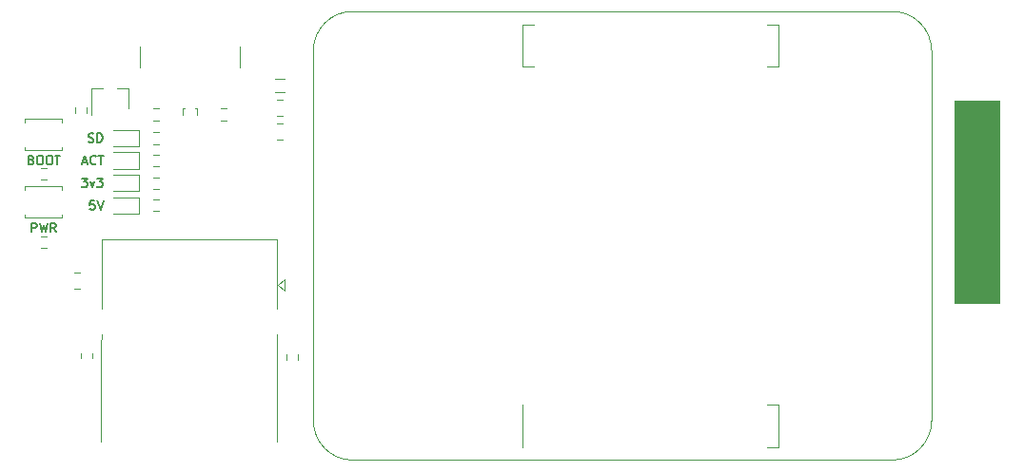
<source format=gto>
G04 #@! TF.GenerationSoftware,KiCad,Pcbnew,(5.1.9)-1*
G04 #@! TF.CreationDate,2021-09-17T14:30:20-04:00*
G04 #@! TF.ProjectId,cm4-carrier-template,636d342d-6361-4727-9269-65722d74656d,rev?*
G04 #@! TF.SameCoordinates,Original*
G04 #@! TF.FileFunction,Legend,Top*
G04 #@! TF.FilePolarity,Positive*
%FSLAX46Y46*%
G04 Gerber Fmt 4.6, Leading zero omitted, Abs format (unit mm)*
G04 Created by KiCad (PCBNEW (5.1.9)-1) date 2021-09-17 14:30:20*
%MOMM*%
%LPD*%
G01*
G04 APERTURE LIST*
%ADD10C,0.100000*%
%ADD11C,0.150000*%
%ADD12C,0.120000*%
%ADD13R,0.600000X1.160000*%
%ADD14C,0.650000*%
%ADD15R,0.300000X1.160000*%
%ADD16O,0.900000X1.700000*%
%ADD17O,0.900000X2.000000*%
%ADD18C,6.100000*%
%ADD19R,0.200000X0.700000*%
%ADD20R,0.800000X0.900000*%
%ADD21R,0.900000X1.700000*%
%ADD22C,2.200000*%
%ADD23C,1.500000*%
%ADD24C,3.250000*%
%ADD25C,1.524000*%
%ADD26C,0.800000*%
%ADD27C,5.400000*%
%ADD28R,0.300000X0.300000*%
G04 APERTURE END LIST*
D10*
G36*
X168000000Y-120000000D02*
G01*
X164000000Y-120000000D01*
X164000000Y-102000000D01*
X168000000Y-102000000D01*
X168000000Y-120000000D01*
G37*
X168000000Y-120000000D02*
X164000000Y-120000000D01*
X164000000Y-102000000D01*
X168000000Y-102000000D01*
X168000000Y-120000000D01*
D11*
X81933333Y-113661904D02*
X81933333Y-112861904D01*
X82238095Y-112861904D01*
X82314285Y-112900000D01*
X82352380Y-112938095D01*
X82390476Y-113014285D01*
X82390476Y-113128571D01*
X82352380Y-113204761D01*
X82314285Y-113242857D01*
X82238095Y-113280952D01*
X81933333Y-113280952D01*
X82657142Y-112861904D02*
X82847619Y-113661904D01*
X83000000Y-113090476D01*
X83152380Y-113661904D01*
X83342857Y-112861904D01*
X84104761Y-113661904D02*
X83838095Y-113280952D01*
X83647619Y-113661904D02*
X83647619Y-112861904D01*
X83952380Y-112861904D01*
X84028571Y-112900000D01*
X84066666Y-112938095D01*
X84104761Y-113014285D01*
X84104761Y-113128571D01*
X84066666Y-113204761D01*
X84028571Y-113242857D01*
X83952380Y-113280952D01*
X83647619Y-113280952D01*
X81914285Y-107242857D02*
X82028571Y-107280952D01*
X82066666Y-107319047D01*
X82104761Y-107395238D01*
X82104761Y-107509523D01*
X82066666Y-107585714D01*
X82028571Y-107623809D01*
X81952380Y-107661904D01*
X81647619Y-107661904D01*
X81647619Y-106861904D01*
X81914285Y-106861904D01*
X81990476Y-106900000D01*
X82028571Y-106938095D01*
X82066666Y-107014285D01*
X82066666Y-107090476D01*
X82028571Y-107166666D01*
X81990476Y-107204761D01*
X81914285Y-107242857D01*
X81647619Y-107242857D01*
X82600000Y-106861904D02*
X82752380Y-106861904D01*
X82828571Y-106900000D01*
X82904761Y-106976190D01*
X82942857Y-107128571D01*
X82942857Y-107395238D01*
X82904761Y-107547619D01*
X82828571Y-107623809D01*
X82752380Y-107661904D01*
X82600000Y-107661904D01*
X82523809Y-107623809D01*
X82447619Y-107547619D01*
X82409523Y-107395238D01*
X82409523Y-107128571D01*
X82447619Y-106976190D01*
X82523809Y-106900000D01*
X82600000Y-106861904D01*
X83438095Y-106861904D02*
X83590476Y-106861904D01*
X83666666Y-106900000D01*
X83742857Y-106976190D01*
X83780952Y-107128571D01*
X83780952Y-107395238D01*
X83742857Y-107547619D01*
X83666666Y-107623809D01*
X83590476Y-107661904D01*
X83438095Y-107661904D01*
X83361904Y-107623809D01*
X83285714Y-107547619D01*
X83247619Y-107395238D01*
X83247619Y-107128571D01*
X83285714Y-106976190D01*
X83361904Y-106900000D01*
X83438095Y-106861904D01*
X84009523Y-106861904D02*
X84466666Y-106861904D01*
X84238095Y-107661904D02*
X84238095Y-106861904D01*
X87526309Y-110861904D02*
X87145357Y-110861904D01*
X87107261Y-111242857D01*
X87145357Y-111204761D01*
X87221547Y-111166666D01*
X87412023Y-111166666D01*
X87488214Y-111204761D01*
X87526309Y-111242857D01*
X87564404Y-111319047D01*
X87564404Y-111509523D01*
X87526309Y-111585714D01*
X87488214Y-111623809D01*
X87412023Y-111661904D01*
X87221547Y-111661904D01*
X87145357Y-111623809D01*
X87107261Y-111585714D01*
X87792976Y-110861904D02*
X88059642Y-111661904D01*
X88326309Y-110861904D01*
X86383452Y-108861904D02*
X86878690Y-108861904D01*
X86612023Y-109166666D01*
X86726309Y-109166666D01*
X86802500Y-109204761D01*
X86840595Y-109242857D01*
X86878690Y-109319047D01*
X86878690Y-109509523D01*
X86840595Y-109585714D01*
X86802500Y-109623809D01*
X86726309Y-109661904D01*
X86497738Y-109661904D01*
X86421547Y-109623809D01*
X86383452Y-109585714D01*
X87145357Y-109128571D02*
X87335833Y-109661904D01*
X87526309Y-109128571D01*
X87754880Y-108861904D02*
X88250119Y-108861904D01*
X87983452Y-109166666D01*
X88097738Y-109166666D01*
X88173928Y-109204761D01*
X88212023Y-109242857D01*
X88250119Y-109319047D01*
X88250119Y-109509523D01*
X88212023Y-109585714D01*
X88173928Y-109623809D01*
X88097738Y-109661904D01*
X87869166Y-109661904D01*
X87792976Y-109623809D01*
X87754880Y-109585714D01*
X86459642Y-107433333D02*
X86840595Y-107433333D01*
X86383452Y-107661904D02*
X86650119Y-106861904D01*
X86916785Y-107661904D01*
X87640595Y-107585714D02*
X87602500Y-107623809D01*
X87488214Y-107661904D01*
X87412023Y-107661904D01*
X87297738Y-107623809D01*
X87221547Y-107547619D01*
X87183452Y-107471428D01*
X87145357Y-107319047D01*
X87145357Y-107204761D01*
X87183452Y-107052380D01*
X87221547Y-106976190D01*
X87297738Y-106900000D01*
X87412023Y-106861904D01*
X87488214Y-106861904D01*
X87602500Y-106900000D01*
X87640595Y-106938095D01*
X87869166Y-106861904D02*
X88326309Y-106861904D01*
X88097738Y-107661904D02*
X88097738Y-106861904D01*
X86992976Y-105623809D02*
X87107261Y-105661904D01*
X87297738Y-105661904D01*
X87373928Y-105623809D01*
X87412023Y-105585714D01*
X87450119Y-105509523D01*
X87450119Y-105433333D01*
X87412023Y-105357142D01*
X87373928Y-105319047D01*
X87297738Y-105280952D01*
X87145357Y-105242857D01*
X87069166Y-105204761D01*
X87031071Y-105166666D01*
X86992976Y-105090476D01*
X86992976Y-105014285D01*
X87031071Y-104938095D01*
X87069166Y-104900000D01*
X87145357Y-104861904D01*
X87335833Y-104861904D01*
X87450119Y-104900000D01*
X87792976Y-105661904D02*
X87792976Y-104861904D01*
X87983452Y-104861904D01*
X88097738Y-104900000D01*
X88173928Y-104976190D01*
X88212023Y-105052380D01*
X88250119Y-105204761D01*
X88250119Y-105319047D01*
X88212023Y-105471428D01*
X88173928Y-105547619D01*
X88097738Y-105623809D01*
X87983452Y-105661904D01*
X87792976Y-105661904D01*
D12*
G04 #@! TO.C,J1*
X91530000Y-98970000D02*
X91530000Y-97170000D01*
X100470000Y-98970000D02*
X100470000Y-97170000D01*
G04 #@! TO.C,U5*
X148400000Y-132850000D02*
X148400000Y-129070000D01*
X148400000Y-98930000D02*
X147400000Y-98930000D01*
X148400000Y-95150000D02*
X147400000Y-95150000D01*
X158500000Y-94000000D02*
X110500000Y-94000000D01*
X125600000Y-132850000D02*
X125600000Y-129070000D01*
X125600000Y-98930000D02*
X125600000Y-95150000D01*
X148400000Y-132850000D02*
X147400000Y-132850000D01*
X148400000Y-129070000D02*
X147400000Y-129070000D01*
X148400000Y-98930000D02*
X148400000Y-95150000D01*
X162000000Y-130500000D02*
X162000000Y-97500000D01*
X110500000Y-134000000D02*
X158500000Y-134000000D01*
X125600000Y-95150000D02*
X126600000Y-95150000D01*
X125600000Y-98930000D02*
X126600000Y-98930000D01*
X107000000Y-97500000D02*
X107000000Y-130500000D01*
X162000000Y-130500000D02*
G75*
G02*
X158500000Y-134000000I-3500000J0D01*
G01*
X110500000Y-134000000D02*
G75*
G02*
X107000000Y-130500000I0J3500000D01*
G01*
X158500000Y-94000000D02*
G75*
G02*
X162000000Y-97500000I0J-3500000D01*
G01*
X107000000Y-97500000D02*
G75*
G02*
X110500000Y-94000000I3500000J0D01*
G01*
G04 #@! TO.C,D4*
X91485000Y-104565000D02*
X89200000Y-104565000D01*
X91485000Y-106035000D02*
X91485000Y-104565000D01*
X89200000Y-106035000D02*
X91485000Y-106035000D01*
G04 #@! TO.C,D3*
X91485000Y-106565000D02*
X89200000Y-106565000D01*
X91485000Y-108035000D02*
X91485000Y-106565000D01*
X89200000Y-108035000D02*
X91485000Y-108035000D01*
G04 #@! TO.C,Q1*
X90550000Y-100850000D02*
X89500000Y-100850000D01*
X90550000Y-102650000D02*
X90550000Y-100850000D01*
X87250000Y-100850000D02*
X88300000Y-100850000D01*
X87250000Y-103250000D02*
X87250000Y-100850000D01*
G04 #@! TO.C,SW2*
X84650000Y-109600000D02*
X84650000Y-109900000D01*
X81350000Y-109600000D02*
X84650000Y-109600000D01*
X81350000Y-109900000D02*
X81350000Y-109600000D01*
X84650000Y-112400000D02*
X84650000Y-112100000D01*
X81350000Y-112400000D02*
X84650000Y-112400000D01*
X81350000Y-112100000D02*
X81350000Y-112400000D01*
G04 #@! TO.C,SW1*
X84650000Y-103600000D02*
X84650000Y-103900000D01*
X81350000Y-103600000D02*
X84650000Y-103600000D01*
X81350000Y-103900000D02*
X81350000Y-103600000D01*
X84650000Y-106400000D02*
X84650000Y-106100000D01*
X81350000Y-106400000D02*
X84650000Y-106400000D01*
X81350000Y-106100000D02*
X81350000Y-106400000D01*
G04 #@! TO.C,R12*
X92762742Y-105822500D02*
X93237258Y-105822500D01*
X92762742Y-104777500D02*
X93237258Y-104777500D01*
G04 #@! TO.C,R11*
X82762742Y-115122500D02*
X83237258Y-115122500D01*
X82762742Y-114077500D02*
X83237258Y-114077500D01*
G04 #@! TO.C,R10*
X93237258Y-106777500D02*
X92762742Y-106777500D01*
X93237258Y-107822500D02*
X92762742Y-107822500D01*
G04 #@! TO.C,R9*
X82762742Y-109022500D02*
X83237258Y-109022500D01*
X82762742Y-107977500D02*
X83237258Y-107977500D01*
G04 #@! TO.C,R8*
X85777500Y-102562742D02*
X85777500Y-103037258D01*
X86822500Y-102562742D02*
X86822500Y-103037258D01*
G04 #@! TO.C,R7*
X92762742Y-109822500D02*
X93237258Y-109822500D01*
X92762742Y-108777500D02*
X93237258Y-108777500D01*
G04 #@! TO.C,R6*
X92762742Y-111822500D02*
X93237258Y-111822500D01*
X92762742Y-110777500D02*
X93237258Y-110777500D01*
G04 #@! TO.C,D2*
X91485000Y-108565000D02*
X89200000Y-108565000D01*
X91485000Y-110035000D02*
X91485000Y-108565000D01*
X89200000Y-110035000D02*
X91485000Y-110035000D01*
G04 #@! TO.C,D1*
X91485000Y-110565000D02*
X89200000Y-110565000D01*
X91485000Y-112035000D02*
X91485000Y-110565000D01*
X89200000Y-112035000D02*
X91485000Y-112035000D01*
G04 #@! TO.C,C3*
X86261252Y-117265000D02*
X85738748Y-117265000D01*
X86261252Y-118735000D02*
X85738748Y-118735000D01*
G04 #@! TO.C,J3*
X103747000Y-114295000D02*
X103747000Y-132370000D01*
X104468000Y-117900000D02*
X103868000Y-118400000D01*
X104468000Y-118900000D02*
X103868000Y-118400000D01*
X104468000Y-117900000D02*
X104468000Y-118900000D01*
X88126000Y-132370000D02*
X88145000Y-114300000D01*
X88145000Y-114300000D02*
X103747000Y-114295000D01*
G04 #@! TO.C,FB1*
X104399622Y-101160000D02*
X103600378Y-101160000D01*
X104399622Y-100040000D02*
X103600378Y-100040000D01*
G04 #@! TO.C,U6*
X95350000Y-103200000D02*
X95350000Y-102650000D01*
X95350000Y-102650000D02*
X95550000Y-102650000D01*
X96650000Y-103200000D02*
X96650000Y-102650000D01*
X96650000Y-102650000D02*
X96450000Y-102650000D01*
G04 #@! TO.C,R4*
X87322500Y-124937258D02*
X87322500Y-124462742D01*
X86277500Y-124937258D02*
X86277500Y-124462742D01*
G04 #@! TO.C,R3*
X105622500Y-125037258D02*
X105622500Y-124562742D01*
X104577500Y-125037258D02*
X104577500Y-124562742D01*
G04 #@! TO.C,R2*
X92762742Y-103722500D02*
X93237258Y-103722500D01*
X92762742Y-102677500D02*
X93237258Y-102677500D01*
G04 #@! TO.C,R1*
X99237258Y-102677500D02*
X98762742Y-102677500D01*
X99237258Y-103722500D02*
X98762742Y-103722500D01*
G04 #@! TO.C,C2*
X103738748Y-103335000D02*
X104261252Y-103335000D01*
X103738748Y-101865000D02*
X104261252Y-101865000D01*
G04 #@! TO.C,C1*
X103738748Y-105435000D02*
X104261252Y-105435000D01*
X103738748Y-103965000D02*
X104261252Y-103965000D01*
G04 #@! TD*
%LPC*%
D13*
G04 #@! TO.C,J1*
X92800000Y-100810000D03*
X93600000Y-100810000D03*
X92800000Y-100810000D03*
X93600000Y-100810000D03*
X99200000Y-100810000D03*
X99200000Y-100810000D03*
X98400000Y-100810000D03*
X98400000Y-100810000D03*
D14*
X98890000Y-99730000D03*
X93110000Y-99730000D03*
D15*
X94250000Y-100810000D03*
X95250000Y-100810000D03*
X94750000Y-100810000D03*
X97250000Y-100810000D03*
X97750000Y-100810000D03*
X95750000Y-100810000D03*
X96250000Y-100810000D03*
X96750000Y-100810000D03*
D16*
X91680000Y-96060000D03*
X100320000Y-96060000D03*
D17*
X91680000Y-100230000D03*
X100320000Y-100230000D03*
G04 #@! TD*
D18*
G04 #@! TO.C,U5*
X110500000Y-130500000D03*
X158500000Y-97500000D03*
X158500000Y-130500000D03*
X110500000Y-97500000D03*
D19*
X127200000Y-132500000D03*
X127200000Y-129420000D03*
X127600000Y-132500000D03*
X127600000Y-129420000D03*
X128000000Y-132500000D03*
X128000000Y-129420000D03*
X128400000Y-132500000D03*
X128400000Y-129420000D03*
X128800000Y-132500000D03*
X128800000Y-129420000D03*
X129200000Y-132500000D03*
X129200000Y-129420000D03*
X129600000Y-132500000D03*
X129600000Y-129420000D03*
X130000000Y-132500000D03*
X130000000Y-129420000D03*
X130400000Y-132500000D03*
X130400000Y-129420000D03*
X130800000Y-132500000D03*
X130800000Y-129420000D03*
X131200000Y-132500000D03*
X131200000Y-129420000D03*
X131600000Y-132500000D03*
X131600000Y-129420000D03*
X132000000Y-132500000D03*
X132000000Y-129420000D03*
X132400000Y-132500000D03*
X132400000Y-129420000D03*
X132800000Y-132500000D03*
X132800000Y-129420000D03*
X133200000Y-132500000D03*
X133200000Y-129420000D03*
X133600000Y-132500000D03*
X133600000Y-129420000D03*
X134000000Y-132500000D03*
X134000000Y-129420000D03*
X134400000Y-132500000D03*
X134400000Y-129420000D03*
X134800000Y-132500000D03*
X134800000Y-129420000D03*
X135200000Y-132500000D03*
X135200000Y-129420000D03*
X135600000Y-132500000D03*
X135600000Y-129420000D03*
X136000000Y-132500000D03*
X136000000Y-129420000D03*
X136400000Y-132500000D03*
X136400000Y-129420000D03*
X136800000Y-132500000D03*
X136800000Y-129420000D03*
X137200000Y-132500000D03*
X137200000Y-129420000D03*
X137600000Y-132500000D03*
X137600000Y-129420000D03*
X138000000Y-132500000D03*
X138000000Y-129420000D03*
X138400000Y-132500000D03*
X138400000Y-129420000D03*
X138800000Y-132500000D03*
X138800000Y-129420000D03*
X139200000Y-132500000D03*
X139200000Y-129420000D03*
X139600000Y-132500000D03*
X139600000Y-129420000D03*
X140000000Y-132500000D03*
X140000000Y-129420000D03*
X140400000Y-132500000D03*
X140400000Y-129420000D03*
X140800000Y-132500000D03*
X140800000Y-129420000D03*
X141200000Y-132500000D03*
X141200000Y-129420000D03*
X141600000Y-132500000D03*
X141600000Y-129420000D03*
X142000000Y-132500000D03*
X142000000Y-129420000D03*
X142400000Y-132500000D03*
X142400000Y-129420000D03*
X142800000Y-132500000D03*
X142800000Y-129420000D03*
X143200000Y-132500000D03*
X143200000Y-129420000D03*
X143600000Y-132500000D03*
X143600000Y-129420000D03*
X144000000Y-132500000D03*
X144000000Y-129420000D03*
X144400000Y-132500000D03*
X144400000Y-129420000D03*
X144800000Y-132500000D03*
X144800000Y-129420000D03*
X145200000Y-132500000D03*
X145200000Y-129420000D03*
X145600000Y-132500000D03*
X145600000Y-129420000D03*
X146000000Y-132500000D03*
X146000000Y-129420000D03*
X146400000Y-132500000D03*
X146400000Y-129420000D03*
X146800000Y-132500000D03*
X146800000Y-129420000D03*
X127200000Y-98580000D03*
X127200000Y-95500000D03*
X127600000Y-98580000D03*
X127600000Y-95500000D03*
X128000000Y-98580000D03*
X128000000Y-95500000D03*
X128400000Y-98580000D03*
X128400000Y-95500000D03*
X128800000Y-98580000D03*
X128800000Y-95500000D03*
X129200000Y-98580000D03*
X129200000Y-95500000D03*
X129600000Y-98580000D03*
X129600000Y-95500000D03*
X130000000Y-98580000D03*
X130000000Y-95500000D03*
X130400000Y-98580000D03*
X130400000Y-95500000D03*
X130800000Y-98580000D03*
X130800000Y-95500000D03*
X131200000Y-98580000D03*
X131200000Y-95500000D03*
X131600000Y-98580000D03*
X131600000Y-95500000D03*
X132000000Y-98580000D03*
X132000000Y-95500000D03*
X132400000Y-98580000D03*
X132400000Y-95500000D03*
X132800000Y-98580000D03*
X132800000Y-95500000D03*
X133200000Y-98580000D03*
X133200000Y-95500000D03*
X133600000Y-98580000D03*
X133600000Y-95500000D03*
X134000000Y-98580000D03*
X134000000Y-95500000D03*
X134400000Y-98580000D03*
X134400000Y-95500000D03*
X134800000Y-98580000D03*
X134800000Y-95500000D03*
X135200000Y-98580000D03*
X135200000Y-95500000D03*
X135600000Y-98580000D03*
X135600000Y-95500000D03*
X136000000Y-98580000D03*
X136000000Y-95500000D03*
X136400000Y-98580000D03*
X136400000Y-95500000D03*
X136800000Y-98580000D03*
X136800000Y-95500000D03*
X137200000Y-98580000D03*
X137200000Y-95500000D03*
X137600000Y-98580000D03*
X137600000Y-95500000D03*
X138000000Y-98580000D03*
X138000000Y-95500000D03*
X138400000Y-98580000D03*
X138400000Y-95500000D03*
X138800000Y-98580000D03*
X138800000Y-95500000D03*
X139200000Y-98580000D03*
X139200000Y-95500000D03*
X139600000Y-98580000D03*
X139600000Y-95500000D03*
X140000000Y-98580000D03*
X140000000Y-95500000D03*
X140400000Y-98580000D03*
X140400000Y-95500000D03*
X140800000Y-98580000D03*
X140800000Y-95500000D03*
X141200000Y-98580000D03*
X141200000Y-95500000D03*
X141600000Y-98580000D03*
X141600000Y-95500000D03*
X142000000Y-98580000D03*
X142000000Y-95500000D03*
X142400000Y-98580000D03*
X142400000Y-95500000D03*
X142800000Y-98580000D03*
X142800000Y-95500000D03*
X143200000Y-98580000D03*
X143200000Y-95500000D03*
X143600000Y-98580000D03*
X143600000Y-95500000D03*
X144000000Y-98580000D03*
X144000000Y-95500000D03*
X144400000Y-98580000D03*
X144400000Y-95500000D03*
X144800000Y-98580000D03*
X144800000Y-95500000D03*
X145200000Y-98580000D03*
X145200000Y-95500000D03*
X145600000Y-98580000D03*
X145600000Y-95500000D03*
X146000000Y-98580000D03*
X146000000Y-95500000D03*
X146400000Y-98580000D03*
X146400000Y-95500000D03*
X146800000Y-98580000D03*
X146800000Y-95500000D03*
G04 #@! TD*
G04 #@! TO.C,D4*
G36*
G01*
X89650000Y-105043750D02*
X89650000Y-105556250D01*
G75*
G02*
X89431250Y-105775000I-218750J0D01*
G01*
X88993750Y-105775000D01*
G75*
G02*
X88775000Y-105556250I0J218750D01*
G01*
X88775000Y-105043750D01*
G75*
G02*
X88993750Y-104825000I218750J0D01*
G01*
X89431250Y-104825000D01*
G75*
G02*
X89650000Y-105043750I0J-218750D01*
G01*
G37*
G36*
G01*
X91225000Y-105043750D02*
X91225000Y-105556250D01*
G75*
G02*
X91006250Y-105775000I-218750J0D01*
G01*
X90568750Y-105775000D01*
G75*
G02*
X90350000Y-105556250I0J218750D01*
G01*
X90350000Y-105043750D01*
G75*
G02*
X90568750Y-104825000I218750J0D01*
G01*
X91006250Y-104825000D01*
G75*
G02*
X91225000Y-105043750I0J-218750D01*
G01*
G37*
G04 #@! TD*
G04 #@! TO.C,D3*
G36*
G01*
X89650000Y-107043750D02*
X89650000Y-107556250D01*
G75*
G02*
X89431250Y-107775000I-218750J0D01*
G01*
X88993750Y-107775000D01*
G75*
G02*
X88775000Y-107556250I0J218750D01*
G01*
X88775000Y-107043750D01*
G75*
G02*
X88993750Y-106825000I218750J0D01*
G01*
X89431250Y-106825000D01*
G75*
G02*
X89650000Y-107043750I0J-218750D01*
G01*
G37*
G36*
G01*
X91225000Y-107043750D02*
X91225000Y-107556250D01*
G75*
G02*
X91006250Y-107775000I-218750J0D01*
G01*
X90568750Y-107775000D01*
G75*
G02*
X90350000Y-107556250I0J218750D01*
G01*
X90350000Y-107043750D01*
G75*
G02*
X90568750Y-106825000I218750J0D01*
G01*
X91006250Y-106825000D01*
G75*
G02*
X91225000Y-107043750I0J-218750D01*
G01*
G37*
G04 #@! TD*
D20*
G04 #@! TO.C,Q1*
X88900000Y-100600000D03*
X89850000Y-103000000D03*
X87950000Y-103000000D03*
G04 #@! TD*
D21*
G04 #@! TO.C,SW2*
X84700000Y-111000000D03*
X81300000Y-111000000D03*
G04 #@! TD*
G04 #@! TO.C,SW1*
X84700000Y-105000000D03*
X81300000Y-105000000D03*
G04 #@! TD*
G04 #@! TO.C,R12*
G36*
G01*
X93425000Y-105575000D02*
X93425000Y-105025000D01*
G75*
G02*
X93625000Y-104825000I200000J0D01*
G01*
X94025000Y-104825000D01*
G75*
G02*
X94225000Y-105025000I0J-200000D01*
G01*
X94225000Y-105575000D01*
G75*
G02*
X94025000Y-105775000I-200000J0D01*
G01*
X93625000Y-105775000D01*
G75*
G02*
X93425000Y-105575000I0J200000D01*
G01*
G37*
G36*
G01*
X91775000Y-105575000D02*
X91775000Y-105025000D01*
G75*
G02*
X91975000Y-104825000I200000J0D01*
G01*
X92375000Y-104825000D01*
G75*
G02*
X92575000Y-105025000I0J-200000D01*
G01*
X92575000Y-105575000D01*
G75*
G02*
X92375000Y-105775000I-200000J0D01*
G01*
X91975000Y-105775000D01*
G75*
G02*
X91775000Y-105575000I0J200000D01*
G01*
G37*
G04 #@! TD*
G04 #@! TO.C,R11*
G36*
G01*
X83425000Y-114875000D02*
X83425000Y-114325000D01*
G75*
G02*
X83625000Y-114125000I200000J0D01*
G01*
X84025000Y-114125000D01*
G75*
G02*
X84225000Y-114325000I0J-200000D01*
G01*
X84225000Y-114875000D01*
G75*
G02*
X84025000Y-115075000I-200000J0D01*
G01*
X83625000Y-115075000D01*
G75*
G02*
X83425000Y-114875000I0J200000D01*
G01*
G37*
G36*
G01*
X81775000Y-114875000D02*
X81775000Y-114325000D01*
G75*
G02*
X81975000Y-114125000I200000J0D01*
G01*
X82375000Y-114125000D01*
G75*
G02*
X82575000Y-114325000I0J-200000D01*
G01*
X82575000Y-114875000D01*
G75*
G02*
X82375000Y-115075000I-200000J0D01*
G01*
X81975000Y-115075000D01*
G75*
G02*
X81775000Y-114875000I0J200000D01*
G01*
G37*
G04 #@! TD*
G04 #@! TO.C,R10*
G36*
G01*
X92575000Y-107025000D02*
X92575000Y-107575000D01*
G75*
G02*
X92375000Y-107775000I-200000J0D01*
G01*
X91975000Y-107775000D01*
G75*
G02*
X91775000Y-107575000I0J200000D01*
G01*
X91775000Y-107025000D01*
G75*
G02*
X91975000Y-106825000I200000J0D01*
G01*
X92375000Y-106825000D01*
G75*
G02*
X92575000Y-107025000I0J-200000D01*
G01*
G37*
G36*
G01*
X94225000Y-107025000D02*
X94225000Y-107575000D01*
G75*
G02*
X94025000Y-107775000I-200000J0D01*
G01*
X93625000Y-107775000D01*
G75*
G02*
X93425000Y-107575000I0J200000D01*
G01*
X93425000Y-107025000D01*
G75*
G02*
X93625000Y-106825000I200000J0D01*
G01*
X94025000Y-106825000D01*
G75*
G02*
X94225000Y-107025000I0J-200000D01*
G01*
G37*
G04 #@! TD*
G04 #@! TO.C,R9*
G36*
G01*
X83425000Y-108775000D02*
X83425000Y-108225000D01*
G75*
G02*
X83625000Y-108025000I200000J0D01*
G01*
X84025000Y-108025000D01*
G75*
G02*
X84225000Y-108225000I0J-200000D01*
G01*
X84225000Y-108775000D01*
G75*
G02*
X84025000Y-108975000I-200000J0D01*
G01*
X83625000Y-108975000D01*
G75*
G02*
X83425000Y-108775000I0J200000D01*
G01*
G37*
G36*
G01*
X81775000Y-108775000D02*
X81775000Y-108225000D01*
G75*
G02*
X81975000Y-108025000I200000J0D01*
G01*
X82375000Y-108025000D01*
G75*
G02*
X82575000Y-108225000I0J-200000D01*
G01*
X82575000Y-108775000D01*
G75*
G02*
X82375000Y-108975000I-200000J0D01*
G01*
X81975000Y-108975000D01*
G75*
G02*
X81775000Y-108775000I0J200000D01*
G01*
G37*
G04 #@! TD*
G04 #@! TO.C,R8*
G36*
G01*
X86025000Y-103225000D02*
X86575000Y-103225000D01*
G75*
G02*
X86775000Y-103425000I0J-200000D01*
G01*
X86775000Y-103825000D01*
G75*
G02*
X86575000Y-104025000I-200000J0D01*
G01*
X86025000Y-104025000D01*
G75*
G02*
X85825000Y-103825000I0J200000D01*
G01*
X85825000Y-103425000D01*
G75*
G02*
X86025000Y-103225000I200000J0D01*
G01*
G37*
G36*
G01*
X86025000Y-101575000D02*
X86575000Y-101575000D01*
G75*
G02*
X86775000Y-101775000I0J-200000D01*
G01*
X86775000Y-102175000D01*
G75*
G02*
X86575000Y-102375000I-200000J0D01*
G01*
X86025000Y-102375000D01*
G75*
G02*
X85825000Y-102175000I0J200000D01*
G01*
X85825000Y-101775000D01*
G75*
G02*
X86025000Y-101575000I200000J0D01*
G01*
G37*
G04 #@! TD*
G04 #@! TO.C,R7*
G36*
G01*
X93425000Y-109575000D02*
X93425000Y-109025000D01*
G75*
G02*
X93625000Y-108825000I200000J0D01*
G01*
X94025000Y-108825000D01*
G75*
G02*
X94225000Y-109025000I0J-200000D01*
G01*
X94225000Y-109575000D01*
G75*
G02*
X94025000Y-109775000I-200000J0D01*
G01*
X93625000Y-109775000D01*
G75*
G02*
X93425000Y-109575000I0J200000D01*
G01*
G37*
G36*
G01*
X91775000Y-109575000D02*
X91775000Y-109025000D01*
G75*
G02*
X91975000Y-108825000I200000J0D01*
G01*
X92375000Y-108825000D01*
G75*
G02*
X92575000Y-109025000I0J-200000D01*
G01*
X92575000Y-109575000D01*
G75*
G02*
X92375000Y-109775000I-200000J0D01*
G01*
X91975000Y-109775000D01*
G75*
G02*
X91775000Y-109575000I0J200000D01*
G01*
G37*
G04 #@! TD*
G04 #@! TO.C,R6*
G36*
G01*
X93425000Y-111575000D02*
X93425000Y-111025000D01*
G75*
G02*
X93625000Y-110825000I200000J0D01*
G01*
X94025000Y-110825000D01*
G75*
G02*
X94225000Y-111025000I0J-200000D01*
G01*
X94225000Y-111575000D01*
G75*
G02*
X94025000Y-111775000I-200000J0D01*
G01*
X93625000Y-111775000D01*
G75*
G02*
X93425000Y-111575000I0J200000D01*
G01*
G37*
G36*
G01*
X91775000Y-111575000D02*
X91775000Y-111025000D01*
G75*
G02*
X91975000Y-110825000I200000J0D01*
G01*
X92375000Y-110825000D01*
G75*
G02*
X92575000Y-111025000I0J-200000D01*
G01*
X92575000Y-111575000D01*
G75*
G02*
X92375000Y-111775000I-200000J0D01*
G01*
X91975000Y-111775000D01*
G75*
G02*
X91775000Y-111575000I0J200000D01*
G01*
G37*
G04 #@! TD*
G04 #@! TO.C,D2*
G36*
G01*
X89650000Y-109043750D02*
X89650000Y-109556250D01*
G75*
G02*
X89431250Y-109775000I-218750J0D01*
G01*
X88993750Y-109775000D01*
G75*
G02*
X88775000Y-109556250I0J218750D01*
G01*
X88775000Y-109043750D01*
G75*
G02*
X88993750Y-108825000I218750J0D01*
G01*
X89431250Y-108825000D01*
G75*
G02*
X89650000Y-109043750I0J-218750D01*
G01*
G37*
G36*
G01*
X91225000Y-109043750D02*
X91225000Y-109556250D01*
G75*
G02*
X91006250Y-109775000I-218750J0D01*
G01*
X90568750Y-109775000D01*
G75*
G02*
X90350000Y-109556250I0J218750D01*
G01*
X90350000Y-109043750D01*
G75*
G02*
X90568750Y-108825000I218750J0D01*
G01*
X91006250Y-108825000D01*
G75*
G02*
X91225000Y-109043750I0J-218750D01*
G01*
G37*
G04 #@! TD*
G04 #@! TO.C,D1*
G36*
G01*
X89650000Y-111043750D02*
X89650000Y-111556250D01*
G75*
G02*
X89431250Y-111775000I-218750J0D01*
G01*
X88993750Y-111775000D01*
G75*
G02*
X88775000Y-111556250I0J218750D01*
G01*
X88775000Y-111043750D01*
G75*
G02*
X88993750Y-110825000I218750J0D01*
G01*
X89431250Y-110825000D01*
G75*
G02*
X89650000Y-111043750I0J-218750D01*
G01*
G37*
G36*
G01*
X91225000Y-111043750D02*
X91225000Y-111556250D01*
G75*
G02*
X91006250Y-111775000I-218750J0D01*
G01*
X90568750Y-111775000D01*
G75*
G02*
X90350000Y-111556250I0J218750D01*
G01*
X90350000Y-111043750D01*
G75*
G02*
X90568750Y-110825000I218750J0D01*
G01*
X91006250Y-110825000D01*
G75*
G02*
X91225000Y-111043750I0J-218750D01*
G01*
G37*
G04 #@! TD*
G04 #@! TO.C,C3*
G36*
G01*
X85550000Y-117525000D02*
X85550000Y-118475000D01*
G75*
G02*
X85300000Y-118725000I-250000J0D01*
G01*
X84800000Y-118725000D01*
G75*
G02*
X84550000Y-118475000I0J250000D01*
G01*
X84550000Y-117525000D01*
G75*
G02*
X84800000Y-117275000I250000J0D01*
G01*
X85300000Y-117275000D01*
G75*
G02*
X85550000Y-117525000I0J-250000D01*
G01*
G37*
G36*
G01*
X87450000Y-117525000D02*
X87450000Y-118475000D01*
G75*
G02*
X87200000Y-118725000I-250000J0D01*
G01*
X86700000Y-118725000D01*
G75*
G02*
X86450000Y-118475000I0J250000D01*
G01*
X86450000Y-117525000D01*
G75*
G02*
X86700000Y-117275000I250000J0D01*
G01*
X87200000Y-117275000D01*
G75*
G02*
X87450000Y-117525000I0J-250000D01*
G01*
G37*
G04 #@! TD*
D22*
G04 #@! TO.C,J3*
X88250000Y-121700000D03*
X103750000Y-121700000D03*
D23*
X89215000Y-129000000D03*
X89215000Y-131030000D03*
X102785000Y-129000000D03*
D24*
X101715000Y-124750000D03*
D25*
X90285000Y-115860000D03*
X92825000Y-115860000D03*
X95365000Y-115860000D03*
X97905000Y-115860000D03*
X100445000Y-115860000D03*
X91555000Y-118400000D03*
X94095000Y-118400000D03*
X96635000Y-118400000D03*
G36*
G01*
X102096000Y-119162000D02*
X101334000Y-119162000D01*
G75*
G02*
X100953000Y-118781000I0J381000D01*
G01*
X100953000Y-118019000D01*
G75*
G02*
X101334000Y-117638000I381000J0D01*
G01*
X102096000Y-117638000D01*
G75*
G02*
X102477000Y-118019000I0J-381000D01*
G01*
X102477000Y-118781000D01*
G75*
G02*
X102096000Y-119162000I-381000J0D01*
G01*
G37*
X99175000Y-118400000D03*
D24*
X90285000Y-124750000D03*
D23*
X102785000Y-131030000D03*
G04 #@! TD*
G04 #@! TO.C,FB1*
G36*
G01*
X103375000Y-100218750D02*
X103375000Y-100981250D01*
G75*
G02*
X103156250Y-101200000I-218750J0D01*
G01*
X102718750Y-101200000D01*
G75*
G02*
X102500000Y-100981250I0J218750D01*
G01*
X102500000Y-100218750D01*
G75*
G02*
X102718750Y-100000000I218750J0D01*
G01*
X103156250Y-100000000D01*
G75*
G02*
X103375000Y-100218750I0J-218750D01*
G01*
G37*
G36*
G01*
X105500000Y-100218750D02*
X105500000Y-100981250D01*
G75*
G02*
X105281250Y-101200000I-218750J0D01*
G01*
X104843750Y-101200000D01*
G75*
G02*
X104625000Y-100981250I0J218750D01*
G01*
X104625000Y-100218750D01*
G75*
G02*
X104843750Y-100000000I218750J0D01*
G01*
X105281250Y-100000000D01*
G75*
G02*
X105500000Y-100218750I0J-218750D01*
G01*
G37*
G04 #@! TD*
D26*
G04 #@! TO.C,H4*
X167931891Y-129068109D03*
X166500000Y-128475000D03*
X165068109Y-129068109D03*
X164475000Y-130500000D03*
X165068109Y-131931891D03*
X166500000Y-132525000D03*
X167931891Y-131931891D03*
X168525000Y-130500000D03*
D27*
X166500000Y-130500000D03*
G04 #@! TD*
D26*
G04 #@! TO.C,H3*
X167931891Y-96068109D03*
X166500000Y-95475000D03*
X165068109Y-96068109D03*
X164475000Y-97500000D03*
X165068109Y-98931891D03*
X166500000Y-99525000D03*
X167931891Y-98931891D03*
X168525000Y-97500000D03*
D27*
X166500000Y-97500000D03*
G04 #@! TD*
D28*
G04 #@! TO.C,U6*
X96000000Y-102775000D03*
X96350000Y-103625000D03*
X95650000Y-103625000D03*
G04 #@! TD*
G04 #@! TO.C,R4*
G36*
G01*
X87075000Y-124275000D02*
X86525000Y-124275000D01*
G75*
G02*
X86325000Y-124075000I0J200000D01*
G01*
X86325000Y-123675000D01*
G75*
G02*
X86525000Y-123475000I200000J0D01*
G01*
X87075000Y-123475000D01*
G75*
G02*
X87275000Y-123675000I0J-200000D01*
G01*
X87275000Y-124075000D01*
G75*
G02*
X87075000Y-124275000I-200000J0D01*
G01*
G37*
G36*
G01*
X87075000Y-125925000D02*
X86525000Y-125925000D01*
G75*
G02*
X86325000Y-125725000I0J200000D01*
G01*
X86325000Y-125325000D01*
G75*
G02*
X86525000Y-125125000I200000J0D01*
G01*
X87075000Y-125125000D01*
G75*
G02*
X87275000Y-125325000I0J-200000D01*
G01*
X87275000Y-125725000D01*
G75*
G02*
X87075000Y-125925000I-200000J0D01*
G01*
G37*
G04 #@! TD*
G04 #@! TO.C,R3*
G36*
G01*
X105375000Y-124375000D02*
X104825000Y-124375000D01*
G75*
G02*
X104625000Y-124175000I0J200000D01*
G01*
X104625000Y-123775000D01*
G75*
G02*
X104825000Y-123575000I200000J0D01*
G01*
X105375000Y-123575000D01*
G75*
G02*
X105575000Y-123775000I0J-200000D01*
G01*
X105575000Y-124175000D01*
G75*
G02*
X105375000Y-124375000I-200000J0D01*
G01*
G37*
G36*
G01*
X105375000Y-126025000D02*
X104825000Y-126025000D01*
G75*
G02*
X104625000Y-125825000I0J200000D01*
G01*
X104625000Y-125425000D01*
G75*
G02*
X104825000Y-125225000I200000J0D01*
G01*
X105375000Y-125225000D01*
G75*
G02*
X105575000Y-125425000I0J-200000D01*
G01*
X105575000Y-125825000D01*
G75*
G02*
X105375000Y-126025000I-200000J0D01*
G01*
G37*
G04 #@! TD*
G04 #@! TO.C,R2*
G36*
G01*
X93425000Y-103475000D02*
X93425000Y-102925000D01*
G75*
G02*
X93625000Y-102725000I200000J0D01*
G01*
X94025000Y-102725000D01*
G75*
G02*
X94225000Y-102925000I0J-200000D01*
G01*
X94225000Y-103475000D01*
G75*
G02*
X94025000Y-103675000I-200000J0D01*
G01*
X93625000Y-103675000D01*
G75*
G02*
X93425000Y-103475000I0J200000D01*
G01*
G37*
G36*
G01*
X91775000Y-103475000D02*
X91775000Y-102925000D01*
G75*
G02*
X91975000Y-102725000I200000J0D01*
G01*
X92375000Y-102725000D01*
G75*
G02*
X92575000Y-102925000I0J-200000D01*
G01*
X92575000Y-103475000D01*
G75*
G02*
X92375000Y-103675000I-200000J0D01*
G01*
X91975000Y-103675000D01*
G75*
G02*
X91775000Y-103475000I0J200000D01*
G01*
G37*
G04 #@! TD*
G04 #@! TO.C,R1*
G36*
G01*
X98575000Y-102925000D02*
X98575000Y-103475000D01*
G75*
G02*
X98375000Y-103675000I-200000J0D01*
G01*
X97975000Y-103675000D01*
G75*
G02*
X97775000Y-103475000I0J200000D01*
G01*
X97775000Y-102925000D01*
G75*
G02*
X97975000Y-102725000I200000J0D01*
G01*
X98375000Y-102725000D01*
G75*
G02*
X98575000Y-102925000I0J-200000D01*
G01*
G37*
G36*
G01*
X100225000Y-102925000D02*
X100225000Y-103475000D01*
G75*
G02*
X100025000Y-103675000I-200000J0D01*
G01*
X99625000Y-103675000D01*
G75*
G02*
X99425000Y-103475000I0J200000D01*
G01*
X99425000Y-102925000D01*
G75*
G02*
X99625000Y-102725000I200000J0D01*
G01*
X100025000Y-102725000D01*
G75*
G02*
X100225000Y-102925000I0J-200000D01*
G01*
G37*
G04 #@! TD*
D26*
G04 #@! TO.C,H2*
X84931891Y-129068109D03*
X83500000Y-128475000D03*
X82068109Y-129068109D03*
X81475000Y-130500000D03*
X82068109Y-131931891D03*
X83500000Y-132525000D03*
X84931891Y-131931891D03*
X85525000Y-130500000D03*
D27*
X83500000Y-130500000D03*
G04 #@! TD*
D26*
G04 #@! TO.C,H1*
X84931891Y-96068109D03*
X83500000Y-95475000D03*
X82068109Y-96068109D03*
X81475000Y-97500000D03*
X82068109Y-98931891D03*
X83500000Y-99525000D03*
X84931891Y-98931891D03*
X85525000Y-97500000D03*
D27*
X83500000Y-97500000D03*
G04 #@! TD*
D23*
G04 #@! TO.C,FID3*
X153500000Y-97500000D03*
G04 #@! TD*
G04 #@! TO.C,FID2*
X158500000Y-125500000D03*
G04 #@! TD*
G04 #@! TO.C,FID1*
X110500000Y-125500000D03*
G04 #@! TD*
G04 #@! TO.C,C2*
G36*
G01*
X104450000Y-103075000D02*
X104450000Y-102125000D01*
G75*
G02*
X104700000Y-101875000I250000J0D01*
G01*
X105200000Y-101875000D01*
G75*
G02*
X105450000Y-102125000I0J-250000D01*
G01*
X105450000Y-103075000D01*
G75*
G02*
X105200000Y-103325000I-250000J0D01*
G01*
X104700000Y-103325000D01*
G75*
G02*
X104450000Y-103075000I0J250000D01*
G01*
G37*
G36*
G01*
X102550000Y-103075000D02*
X102550000Y-102125000D01*
G75*
G02*
X102800000Y-101875000I250000J0D01*
G01*
X103300000Y-101875000D01*
G75*
G02*
X103550000Y-102125000I0J-250000D01*
G01*
X103550000Y-103075000D01*
G75*
G02*
X103300000Y-103325000I-250000J0D01*
G01*
X102800000Y-103325000D01*
G75*
G02*
X102550000Y-103075000I0J250000D01*
G01*
G37*
G04 #@! TD*
G04 #@! TO.C,C1*
G36*
G01*
X104450000Y-105175000D02*
X104450000Y-104225000D01*
G75*
G02*
X104700000Y-103975000I250000J0D01*
G01*
X105200000Y-103975000D01*
G75*
G02*
X105450000Y-104225000I0J-250000D01*
G01*
X105450000Y-105175000D01*
G75*
G02*
X105200000Y-105425000I-250000J0D01*
G01*
X104700000Y-105425000D01*
G75*
G02*
X104450000Y-105175000I0J250000D01*
G01*
G37*
G36*
G01*
X102550000Y-105175000D02*
X102550000Y-104225000D01*
G75*
G02*
X102800000Y-103975000I250000J0D01*
G01*
X103300000Y-103975000D01*
G75*
G02*
X103550000Y-104225000I0J-250000D01*
G01*
X103550000Y-105175000D01*
G75*
G02*
X103300000Y-105425000I-250000J0D01*
G01*
X102800000Y-105425000D01*
G75*
G02*
X102550000Y-105175000I0J250000D01*
G01*
G37*
G04 #@! TD*
M02*

</source>
